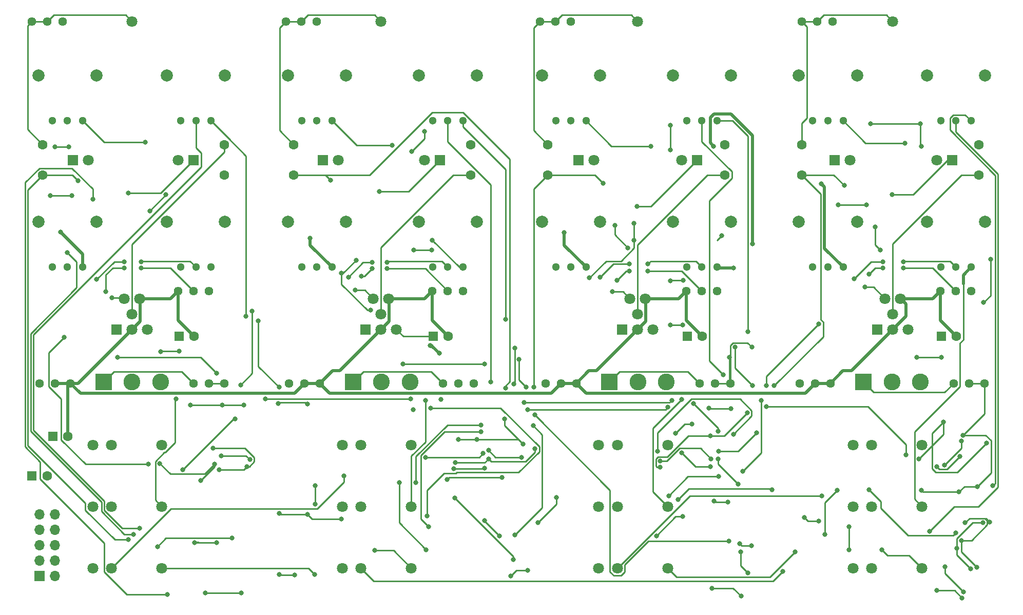
<source format=gtl>
G04 #@! TF.GenerationSoftware,KiCad,Pcbnew,(5.1.6-0-10_14)*
G04 #@! TF.CreationDate,2022-01-22T16:52:21+00:00*
G04 #@! TF.ProjectId,Quad Tube VCA,51756164-2054-4756-9265-205643412e6b,rev?*
G04 #@! TF.SameCoordinates,Original*
G04 #@! TF.FileFunction,Copper,L1,Top*
G04 #@! TF.FilePolarity,Positive*
%FSLAX46Y46*%
G04 Gerber Fmt 4.6, Leading zero omitted, Abs format (unit mm)*
G04 Created by KiCad (PCBNEW (5.1.6-0-10_14)) date 2022-01-22 16:52:21*
%MOMM*%
%LPD*%
G01*
G04 APERTURE LIST*
G04 #@! TA.AperFunction,ComponentPad*
%ADD10C,2.775000*%
G04 #@! TD*
G04 #@! TA.AperFunction,ComponentPad*
%ADD11R,2.775000X2.775000*%
G04 #@! TD*
G04 #@! TA.AperFunction,ComponentPad*
%ADD12C,1.600000*%
G04 #@! TD*
G04 #@! TA.AperFunction,ComponentPad*
%ADD13R,1.600000X1.600000*%
G04 #@! TD*
G04 #@! TA.AperFunction,ComponentPad*
%ADD14C,1.800000*%
G04 #@! TD*
G04 #@! TA.AperFunction,ComponentPad*
%ADD15R,1.800000X1.800000*%
G04 #@! TD*
G04 #@! TA.AperFunction,ComponentPad*
%ADD16C,2.000000*%
G04 #@! TD*
G04 #@! TA.AperFunction,ComponentPad*
%ADD17C,1.300000*%
G04 #@! TD*
G04 #@! TA.AperFunction,ComponentPad*
%ADD18C,1.440000*%
G04 #@! TD*
G04 #@! TA.AperFunction,ComponentPad*
%ADD19O,1.700000X1.700000*%
G04 #@! TD*
G04 #@! TA.AperFunction,ComponentPad*
%ADD20R,1.700000X1.700000*%
G04 #@! TD*
G04 #@! TA.AperFunction,ViaPad*
%ADD21C,0.800000*%
G04 #@! TD*
G04 #@! TA.AperFunction,Conductor*
%ADD22C,0.250000*%
G04 #@! TD*
G04 #@! TA.AperFunction,Conductor*
%ADD23C,0.500000*%
G04 #@! TD*
G04 APERTURE END LIST*
D10*
X89790000Y-107702500D03*
X85090000Y-107702500D03*
D11*
X80390000Y-107702500D03*
D10*
X130938000Y-107702500D03*
X126238000Y-107702500D03*
D11*
X121538000Y-107702500D03*
D10*
X173229000Y-107702500D03*
X168529000Y-107702500D03*
D11*
X163829000Y-107702500D03*
D10*
X215139000Y-107702500D03*
X210439000Y-107702500D03*
D11*
X205739000Y-107702500D03*
D12*
X221067000Y-100203000D03*
D13*
X218567000Y-100203000D03*
D12*
X179157000Y-100203000D03*
D13*
X176657000Y-100203000D03*
D12*
X137247000Y-100203000D03*
D13*
X134747000Y-100203000D03*
D12*
X95337000Y-100203000D03*
D13*
X92837000Y-100203000D03*
D12*
X74509000Y-116713000D03*
D13*
X72009000Y-116713000D03*
D12*
X71080000Y-123190000D03*
D13*
X68580000Y-123190000D03*
D14*
X126153333Y-48260000D03*
X126153333Y-96520000D03*
X124883333Y-93980000D03*
X127423333Y-93980000D03*
X128693333Y-99060000D03*
X126153333Y-99060000D03*
D15*
X123613333Y-99060000D03*
D14*
X85090000Y-48260000D03*
X85090000Y-96520000D03*
X83820000Y-93980000D03*
X86360000Y-93980000D03*
X87630000Y-99060000D03*
X85090000Y-99060000D03*
D15*
X82550000Y-99060000D03*
D14*
X210550000Y-48260000D03*
X210550000Y-96520000D03*
X209280000Y-93980000D03*
X211820000Y-93980000D03*
X213090000Y-99060000D03*
X210550000Y-99060000D03*
D15*
X208010000Y-99060000D03*
D14*
X168486666Y-48260000D03*
X168486666Y-96520000D03*
X167216666Y-93980000D03*
X169756666Y-93980000D03*
X171026666Y-99060000D03*
X168486666Y-99060000D03*
D15*
X165946666Y-99060000D03*
D16*
X204680000Y-57150000D03*
X195080000Y-57150000D03*
D17*
X202380000Y-64650000D03*
X199880000Y-64650000D03*
X197380000Y-64650000D03*
D16*
X162280000Y-57150000D03*
X152680000Y-57150000D03*
D17*
X159980000Y-64650000D03*
X157480000Y-64650000D03*
X154980000Y-64650000D03*
D16*
X120370000Y-57150000D03*
X110770000Y-57150000D03*
D17*
X118070000Y-64650000D03*
X115570000Y-64650000D03*
X113070000Y-64650000D03*
D16*
X79222000Y-57150000D03*
X69622000Y-57150000D03*
D17*
X76922000Y-64650000D03*
X74422000Y-64650000D03*
X71922000Y-64650000D03*
D16*
X204680000Y-81280000D03*
X195080000Y-81280000D03*
D17*
X202380000Y-88780000D03*
X199880000Y-88780000D03*
X197380000Y-88780000D03*
D16*
X162280000Y-81280000D03*
X152680000Y-81280000D03*
D17*
X159980000Y-88780000D03*
X157480000Y-88780000D03*
X154980000Y-88780000D03*
D16*
X120370000Y-81280000D03*
X110770000Y-81280000D03*
D17*
X118070000Y-88780000D03*
X115570000Y-88780000D03*
X113070000Y-88780000D03*
D16*
X79222000Y-81280000D03*
X69622000Y-81280000D03*
D17*
X76922000Y-88780000D03*
X74422000Y-88780000D03*
X71922000Y-88780000D03*
D16*
X225780000Y-57150000D03*
X216180000Y-57150000D03*
D17*
X223480000Y-64650000D03*
X220980000Y-64650000D03*
X218480000Y-64650000D03*
D16*
X183870000Y-57150000D03*
X174270000Y-57150000D03*
D17*
X181570000Y-64650000D03*
X179070000Y-64650000D03*
X176570000Y-64650000D03*
D16*
X141960000Y-57150000D03*
X132360000Y-57150000D03*
D17*
X139660000Y-64650000D03*
X137160000Y-64650000D03*
X134660000Y-64650000D03*
D16*
X100431000Y-57150000D03*
X90831000Y-57150000D03*
D17*
X98131000Y-64650000D03*
X95631000Y-64650000D03*
X93131000Y-64650000D03*
D16*
X225780000Y-81280000D03*
X216180000Y-81280000D03*
D17*
X223480000Y-88780000D03*
X220980000Y-88780000D03*
X218480000Y-88780000D03*
D16*
X183870000Y-81280000D03*
X174270000Y-81280000D03*
D17*
X181570000Y-88780000D03*
X179070000Y-88780000D03*
X176570000Y-88780000D03*
D16*
X141960000Y-81280000D03*
X132360000Y-81280000D03*
D17*
X139660000Y-88780000D03*
X137160000Y-88780000D03*
X134660000Y-88780000D03*
D16*
X100431000Y-81280000D03*
X90831000Y-81280000D03*
D17*
X98131000Y-88780000D03*
X95631000Y-88780000D03*
X93131000Y-88780000D03*
D14*
X215389000Y-138430000D03*
X203989000Y-138430000D03*
X207089000Y-138430000D03*
X173449000Y-138430000D03*
X162049000Y-138430000D03*
X165149000Y-138430000D03*
X131158000Y-138430000D03*
X119758000Y-138430000D03*
X122858000Y-138430000D03*
X90010000Y-138430000D03*
X78610000Y-138430000D03*
X81710000Y-138430000D03*
X215389000Y-118110000D03*
X203989000Y-118110000D03*
X207089000Y-118110000D03*
X173449000Y-118110000D03*
X162049000Y-118110000D03*
X165149000Y-118110000D03*
X131158000Y-118110000D03*
X119758000Y-118110000D03*
X122858000Y-118110000D03*
X90010000Y-118110000D03*
X78610000Y-118110000D03*
X81710000Y-118110000D03*
X215389000Y-128270000D03*
X203989000Y-128270000D03*
X207089000Y-128270000D03*
X173449000Y-128270000D03*
X162049000Y-128270000D03*
X165149000Y-128270000D03*
X131158000Y-128270000D03*
X119758000Y-128270000D03*
X122858000Y-128270000D03*
X90010000Y-128270000D03*
X78610000Y-128270000D03*
X81710000Y-128270000D03*
D18*
X195580000Y-48260000D03*
X198120000Y-48260000D03*
X200660000Y-48260000D03*
X152400000Y-48260000D03*
X154940000Y-48260000D03*
X157480000Y-48260000D03*
X110490000Y-48260000D03*
X113030000Y-48260000D03*
X115570000Y-48260000D03*
X68580000Y-48260000D03*
X71120000Y-48260000D03*
X73660000Y-48260000D03*
X220599000Y-107950000D03*
X223139000Y-107950000D03*
X225679000Y-107950000D03*
X178689000Y-107950000D03*
X181229000Y-107950000D03*
X183769000Y-107950000D03*
X136398000Y-107950000D03*
X138938000Y-107950000D03*
X141478000Y-107950000D03*
X95250000Y-107950000D03*
X97790000Y-107950000D03*
X100330000Y-107950000D03*
X218440000Y-92710000D03*
X220980000Y-92710000D03*
X223520000Y-92710000D03*
X176530000Y-92710000D03*
X179070000Y-92710000D03*
X181610000Y-92710000D03*
X134620000Y-92710000D03*
X137160000Y-92710000D03*
X139700000Y-92710000D03*
X92710000Y-92710000D03*
X95250000Y-92710000D03*
X97790000Y-92710000D03*
X195199000Y-107950000D03*
X197739000Y-107950000D03*
X200279000Y-107950000D03*
X153289000Y-107950000D03*
X155829000Y-107950000D03*
X158369000Y-107950000D03*
X110998000Y-107950000D03*
X113538000Y-107950000D03*
X116078000Y-107950000D03*
X69850000Y-107950000D03*
X72390000Y-107950000D03*
X74930000Y-107950000D03*
D19*
X72390000Y-129540000D03*
X69850000Y-129540000D03*
X72390000Y-132080000D03*
X69850000Y-132080000D03*
X72390000Y-134620000D03*
X69850000Y-134620000D03*
X72390000Y-137160000D03*
X69850000Y-137160000D03*
X72390000Y-139700000D03*
D20*
X69850000Y-139700000D03*
D14*
X217805000Y-71120000D03*
D15*
X220345000Y-71120000D03*
D14*
X203536000Y-71120000D03*
D15*
X200996000Y-71120000D03*
D14*
X175768000Y-71120000D03*
D15*
X178308000Y-71120000D03*
D14*
X161290000Y-71120000D03*
D15*
X158750000Y-71120000D03*
D14*
X133350000Y-71120000D03*
D15*
X135890000Y-71120000D03*
D14*
X119126000Y-71120000D03*
D15*
X116586000Y-71120000D03*
D14*
X92710000Y-71120000D03*
D15*
X95250000Y-71120000D03*
D14*
X77851000Y-71120000D03*
D15*
X75311000Y-71120000D03*
D12*
X224790000Y-73580000D03*
X224790000Y-68580000D03*
X195580000Y-73580000D03*
X195580000Y-68580000D03*
X182880000Y-73580000D03*
X182880000Y-68580000D03*
X153670000Y-73580000D03*
X153670000Y-68580000D03*
X140970000Y-73580000D03*
X140970000Y-68580000D03*
X111760000Y-73580000D03*
X111760000Y-68580000D03*
X100330000Y-68580000D03*
X100330000Y-73580000D03*
X70358000Y-73580000D03*
X70358000Y-68580000D03*
D21*
X74422000Y-86360000D03*
X85344000Y-132842000D03*
X78613000Y-77597000D03*
X90932000Y-142748000D03*
X185293000Y-134366000D03*
X187262500Y-134747000D03*
X198374000Y-130683000D03*
X195961000Y-130048000D03*
X180721000Y-141732000D03*
X185547000Y-143041000D03*
X150368000Y-138811000D03*
X147574000Y-139700000D03*
X103124000Y-142494000D03*
X97155000Y-142494000D03*
X114046000Y-129540000D03*
X119634000Y-130302000D03*
X109347000Y-129413000D03*
X215265000Y-68834000D03*
X215138000Y-65151000D03*
X206883000Y-65151000D03*
X201549000Y-78486000D03*
X206248000Y-78486000D03*
X222116503Y-116506112D03*
X218567000Y-103632000D03*
X214503000Y-103632000D03*
X226695000Y-87503000D03*
X225552000Y-94615000D03*
X203327000Y-131572000D03*
X203327000Y-135382000D03*
X221488000Y-125857000D03*
X215265000Y-125603000D03*
X224536000Y-124968000D03*
X181102000Y-127381000D03*
X181864000Y-123317000D03*
X173609000Y-126492000D03*
X183388000Y-127508000D03*
X175895000Y-98298000D03*
X173863000Y-98298000D03*
X167894000Y-84328000D03*
X167894000Y-81534000D03*
X160528000Y-90551000D03*
X173863000Y-69469000D03*
X173863000Y-65405000D03*
X131191000Y-69723000D03*
X133350000Y-66421000D03*
X74676000Y-68961000D03*
X72390000Y-68961000D03*
X75184000Y-76962000D03*
X71628000Y-76962000D03*
X90678000Y-76835000D03*
X88011000Y-79502000D03*
X92837000Y-102616000D03*
X89789000Y-102743000D03*
X103505000Y-111506000D03*
X99949000Y-111506000D03*
X94742000Y-111506000D03*
X119634000Y-89789000D03*
X122047000Y-87630000D03*
X124460000Y-95885000D03*
X134493000Y-85979000D03*
X131572000Y-85979000D03*
X114046000Y-111379000D03*
X109220000Y-111252000D03*
X131445000Y-112268000D03*
X136017000Y-110617000D03*
X143256000Y-130556000D03*
X145669000Y-133096000D03*
X141986000Y-117221000D03*
X138938000Y-117221000D03*
X111887000Y-139573000D03*
X109347000Y-139446000D03*
X95377000Y-134239000D03*
X99060000Y-134239000D03*
X146558000Y-113792000D03*
X149606000Y-117983000D03*
X182372000Y-83566000D03*
X176022000Y-90932000D03*
X173863000Y-91059000D03*
X183896000Y-112141000D03*
X180213000Y-112014000D03*
X187325000Y-101981000D03*
X183642000Y-103632000D03*
X174752000Y-116205000D03*
X177419000Y-114681000D03*
X155067000Y-126746000D03*
X152019000Y-130937000D03*
X134239000Y-101727000D03*
X135763000Y-102997000D03*
X73321999Y-83015001D03*
X114469999Y-84031001D03*
X156379999Y-83100999D03*
X198779999Y-75032001D03*
X76200000Y-74549000D03*
X84455000Y-133731000D03*
X89281000Y-134874000D03*
X101600000Y-133477000D03*
X104013000Y-121666000D03*
X99441000Y-122174000D03*
X82677000Y-103632000D03*
X99060000Y-106299000D03*
X98425000Y-118618000D03*
X104521000Y-120523000D03*
X99822000Y-119888000D03*
X96393000Y-123952000D03*
X98679000Y-121285000D03*
X89662000Y-121158000D03*
X73918906Y-100325094D03*
X87757000Y-121285000D03*
X93472000Y-122174000D03*
X102108000Y-113792000D03*
X134366000Y-112014000D03*
X133731000Y-129794000D03*
X129794000Y-104775000D03*
X143256000Y-104775000D03*
X142621000Y-114808000D03*
X131883000Y-124333000D03*
X129159000Y-124333000D03*
X133604000Y-135382000D03*
X138303000Y-126873000D03*
X147955000Y-137033000D03*
X117856000Y-74422000D03*
X146685000Y-108690001D03*
X151257000Y-114935000D03*
X148209000Y-132969000D03*
X151550000Y-118745000D03*
X143891000Y-120396000D03*
X104902000Y-96012000D03*
X103003342Y-108210342D03*
X107061000Y-110490000D03*
X131064000Y-110490000D03*
X138430000Y-121031000D03*
X149352000Y-120142000D03*
X143891000Y-118999000D03*
X138176000Y-122047000D03*
X143256000Y-121920000D03*
X143002000Y-119507000D03*
X133477000Y-120142000D03*
X105918000Y-97663000D03*
X109347000Y-108585000D03*
X146112500Y-123444000D03*
X137033000Y-123825000D03*
X184277000Y-116332000D03*
X171761989Y-119126000D03*
X184531000Y-101981000D03*
X187452000Y-108331000D03*
X190627000Y-125476000D03*
X175133000Y-127127000D03*
X175895000Y-129921000D03*
X171577000Y-133096000D03*
X186690000Y-139192000D03*
X185507731Y-135723731D03*
X162814000Y-74930000D03*
X151368046Y-108600954D03*
X151511000Y-113157000D03*
X183515000Y-133985000D03*
X181737000Y-120396000D03*
X185039000Y-124587000D03*
X148209000Y-102108000D03*
X148082000Y-108077000D03*
X149733000Y-111125000D03*
X174117000Y-110744000D03*
X177673000Y-111252000D03*
X181737000Y-115861000D03*
X181864000Y-119126000D03*
X188087000Y-116078000D03*
X180467000Y-121666000D03*
X175768000Y-119380000D03*
X172212000Y-120777000D03*
X180594000Y-120396000D03*
X148934000Y-104013000D03*
X150114000Y-108585000D03*
X150368000Y-112268000D03*
X173477347Y-111882347D03*
X172212000Y-121793000D03*
X180467000Y-116586000D03*
X186563000Y-112776000D03*
X222250000Y-142367000D03*
X219202000Y-138176000D03*
X223393000Y-138557000D03*
X221107000Y-135128000D03*
X225425000Y-130937000D03*
X217822403Y-142130403D03*
X222007464Y-143337144D03*
X224409000Y-138303000D03*
X221869000Y-133858000D03*
X226568000Y-130810000D03*
X222504000Y-130937000D03*
X202565000Y-75311000D03*
X191008000Y-108331000D03*
X206629000Y-125476000D03*
X220980000Y-132588000D03*
X221615000Y-120015000D03*
X217800347Y-121661347D03*
X219075000Y-121412000D03*
X221869000Y-117475000D03*
X198374000Y-98171000D03*
X189738000Y-108331000D03*
X189738000Y-111760000D03*
X212725000Y-119761000D03*
X218948000Y-114300000D03*
X214888999Y-120396000D03*
X226069853Y-117750863D03*
X218948000Y-114300000D03*
X84455000Y-76581000D03*
X125857000Y-76327000D03*
X164719000Y-81915000D03*
X166878000Y-85598000D03*
X168402000Y-78740506D03*
X207645000Y-82169000D03*
X208534000Y-85979000D03*
X210439000Y-76835000D03*
X86614000Y-87884000D03*
X83820000Y-87884000D03*
X79248000Y-90805000D03*
X92329000Y-110490000D03*
X127127000Y-88011000D03*
X124714000Y-88011000D03*
X120777000Y-90424000D03*
X133477000Y-110744000D03*
X134620000Y-84328000D03*
X170180000Y-88265000D03*
X167132000Y-88265000D03*
X162306000Y-90424000D03*
X175768000Y-110617000D03*
X181014873Y-68833999D03*
X187415000Y-84963000D03*
X184277000Y-88900000D03*
X212344000Y-87884000D03*
X208915000Y-87884000D03*
X204216000Y-90678000D03*
X86360000Y-131826000D03*
X144272000Y-107696000D03*
X142621000Y-115951000D03*
X133985000Y-131572000D03*
X182626000Y-106553000D03*
X216662000Y-132334000D03*
X87249000Y-68199000D03*
X128016000Y-68707000D03*
X170688000Y-68834000D03*
X212598000Y-68326000D03*
X115189000Y-139446000D03*
X80772000Y-92837000D03*
X83820000Y-88884003D03*
X86614000Y-88900000D03*
X81788000Y-93853000D03*
X125095000Y-135509000D03*
X122888333Y-90297000D03*
X124714000Y-89027000D03*
X127127000Y-89027000D03*
X121920000Y-92583000D03*
X194437000Y-135763000D03*
X165100000Y-90932000D03*
X167132000Y-89408000D03*
X170180000Y-89408000D03*
X164338000Y-92837000D03*
X208788000Y-135382000D03*
X206629000Y-89916000D03*
X208915000Y-88900000D03*
X212344000Y-88900000D03*
X205994000Y-92075000D03*
X120015000Y-123190000D03*
X192405000Y-138938000D03*
X198882000Y-126492000D03*
X115316000Y-127889000D03*
X115316000Y-124841000D03*
X199390000Y-132842000D03*
X201422000Y-125603000D03*
X103847000Y-96901000D03*
X146689905Y-97413905D03*
X185801000Y-122428000D03*
X188849000Y-110744000D03*
X186690000Y-99441000D03*
X227076000Y-124841000D03*
D22*
X80034990Y-129044402D02*
X83832588Y-132842000D01*
X80034989Y-127560401D02*
X80034990Y-129044402D01*
X68354989Y-99763603D02*
X68354990Y-115880402D01*
X74422000Y-86360000D02*
X75946999Y-87884999D01*
X68354990Y-115880402D02*
X80034989Y-127560401D01*
X75946999Y-92171593D02*
X68354989Y-99763603D01*
X83832588Y-132842000D02*
X85344000Y-132842000D01*
X75946999Y-87884999D02*
X75946999Y-92171593D01*
X80484999Y-139018001D02*
X84214998Y-142748000D01*
X84214998Y-142748000D02*
X90932000Y-142748000D01*
X69954999Y-123730001D02*
X80484999Y-134260001D01*
X69954999Y-120888409D02*
X69954999Y-123730001D01*
X67454972Y-118388382D02*
X69954999Y-120888409D01*
X69817999Y-72454999D02*
X67454972Y-74818026D01*
X75179001Y-72454999D02*
X69817999Y-72454999D01*
X78613000Y-75888998D02*
X75179001Y-72454999D01*
X67454972Y-74818026D02*
X67454972Y-118388382D01*
X80484999Y-134260001D02*
X80484999Y-139018001D01*
X78613000Y-77597000D02*
X78613000Y-75888998D01*
X185674000Y-134747000D02*
X185293000Y-134366000D01*
X187262500Y-134747000D02*
X185674000Y-134747000D01*
X196596000Y-130683000D02*
X195961000Y-130048000D01*
X198374000Y-130683000D02*
X196596000Y-130683000D01*
X184238000Y-141732000D02*
X185547000Y-143041000D01*
X180721000Y-141732000D02*
X184238000Y-141732000D01*
X148463000Y-138811000D02*
X147574000Y-139700000D01*
X150368000Y-138811000D02*
X148463000Y-138811000D01*
X103124000Y-142494000D02*
X97155000Y-142494000D01*
X114808000Y-130302000D02*
X114046000Y-129540000D01*
X119634000Y-130302000D02*
X114808000Y-130302000D01*
X109474000Y-129540000D02*
X109347000Y-129413000D01*
X114046000Y-129540000D02*
X109474000Y-129540000D01*
X215138000Y-68707000D02*
X215265000Y-68834000D01*
X215138000Y-65151000D02*
X215138000Y-68707000D01*
X215138000Y-65151000D02*
X206883000Y-65151000D01*
X206248000Y-78486000D02*
X201549000Y-78486000D01*
X225679000Y-107950000D02*
X223139000Y-107950000D01*
X225679000Y-112943615D02*
X222116503Y-116506112D01*
X225679000Y-107950000D02*
X225679000Y-112943615D01*
X218567000Y-103632000D02*
X214503000Y-103632000D01*
X226695000Y-93472000D02*
X225552000Y-94615000D01*
X226695000Y-87503000D02*
X226695000Y-93472000D01*
X203327000Y-131572000D02*
X203327000Y-135382000D01*
X215519000Y-125857000D02*
X215265000Y-125603000D01*
X221488000Y-125857000D02*
X215519000Y-125857000D01*
X222377000Y-124968000D02*
X221488000Y-125857000D01*
X224536000Y-124968000D02*
X222377000Y-124968000D01*
X225898104Y-116506112D02*
X222116503Y-116506112D01*
X226794854Y-122709146D02*
X226794854Y-117402862D01*
X226794854Y-117402862D02*
X225898104Y-116506112D01*
X224536000Y-124968000D02*
X226794854Y-122709146D01*
X176784000Y-123317000D02*
X173609000Y-126492000D01*
X181864000Y-123317000D02*
X176784000Y-123317000D01*
X181229000Y-127508000D02*
X181102000Y-127381000D01*
X183388000Y-127508000D02*
X181229000Y-127508000D01*
X100330000Y-107950000D02*
X97790000Y-107950000D01*
X175895000Y-98298000D02*
X173863000Y-98298000D01*
X167894000Y-81534000D02*
X167894000Y-84328000D01*
X163264010Y-87814990D02*
X160528000Y-90551000D01*
X167894000Y-85655002D02*
X165734012Y-87814990D01*
X165734012Y-87814990D02*
X163264010Y-87814990D01*
X167894000Y-84328000D02*
X167894000Y-85655002D01*
X173863000Y-69469000D02*
X173863000Y-65405000D01*
X133350000Y-67564000D02*
X131191000Y-69723000D01*
X133350000Y-66421000D02*
X133350000Y-67564000D01*
X74676000Y-68961000D02*
X72390000Y-68961000D01*
X75184000Y-76962000D02*
X71628000Y-76962000D01*
X90678000Y-76835000D02*
X88011000Y-79502000D01*
X89916000Y-102616000D02*
X89789000Y-102743000D01*
X92837000Y-102616000D02*
X89916000Y-102616000D01*
X103505000Y-111506000D02*
X99949000Y-111506000D01*
X99949000Y-111506000D02*
X94742000Y-111506000D01*
X119888000Y-89789000D02*
X119634000Y-89789000D01*
X122047000Y-87630000D02*
X119888000Y-89789000D01*
X123894315Y-95885000D02*
X119634000Y-91624685D01*
X119634000Y-91624685D02*
X119634000Y-89789000D01*
X124460000Y-95885000D02*
X123894315Y-95885000D01*
X134493000Y-85979000D02*
X131572000Y-85979000D01*
X109347000Y-111125000D02*
X109220000Y-111252000D01*
X113919000Y-111379000D02*
X113665000Y-111125000D01*
X114046000Y-111379000D02*
X113919000Y-111379000D01*
X113665000Y-111125000D02*
X109347000Y-111125000D01*
X113792000Y-111125000D02*
X113665000Y-111125000D01*
X143256000Y-130683000D02*
X143256000Y-130556000D01*
X145669000Y-133096000D02*
X143256000Y-130683000D01*
X138938000Y-117221000D02*
X141986000Y-117221000D01*
X109474000Y-139573000D02*
X109347000Y-139446000D01*
X111887000Y-139573000D02*
X109474000Y-139573000D01*
X96012000Y-134112000D02*
X96139000Y-134239000D01*
X95758000Y-134112000D02*
X96012000Y-134112000D01*
X95377000Y-134239000D02*
X98552000Y-134239000D01*
X98552000Y-134239000D02*
X99060000Y-134239000D01*
X96139000Y-134239000D02*
X98552000Y-134239000D01*
X146558000Y-114935000D02*
X149606000Y-117983000D01*
X146558000Y-113792000D02*
X146558000Y-114935000D01*
X129836333Y-100203000D02*
X128693333Y-99060000D01*
X134747000Y-100203000D02*
X129836333Y-100203000D01*
X181610000Y-84328000D02*
X182372000Y-83566000D01*
X173990000Y-90932000D02*
X173863000Y-91059000D01*
X176022000Y-90932000D02*
X173990000Y-90932000D01*
X148844000Y-117221000D02*
X149606000Y-117983000D01*
X141986000Y-117221000D02*
X148844000Y-117221000D01*
X183642000Y-107823000D02*
X183769000Y-107950000D01*
X183642000Y-103632000D02*
X183642000Y-107823000D01*
X183769000Y-107950000D02*
X181229000Y-107950000D01*
X180340000Y-112141000D02*
X180213000Y-112014000D01*
X183896000Y-112141000D02*
X180340000Y-112141000D01*
X186599999Y-101255999D02*
X187325000Y-101981000D01*
X184182999Y-101255999D02*
X186599999Y-101255999D01*
X183769000Y-101669998D02*
X184182999Y-101255999D01*
X183769000Y-107950000D02*
X183769000Y-101669998D01*
X176276000Y-114681000D02*
X174752000Y-116205000D01*
X177419000Y-114681000D02*
X176276000Y-114681000D01*
X155067000Y-127889000D02*
X152019000Y-130937000D01*
X155067000Y-126746000D02*
X155067000Y-127889000D01*
D23*
X134620000Y-101854000D02*
X135763000Y-102997000D01*
X134366000Y-101854000D02*
X134620000Y-101854000D01*
X134493000Y-101727000D02*
X134620000Y-101854000D01*
X134239000Y-101727000D02*
X134493000Y-101727000D01*
X76922000Y-86615002D02*
X76922000Y-88780000D01*
X73321999Y-83015001D02*
X76922000Y-86615002D01*
X114469999Y-85179999D02*
X118070000Y-88780000D01*
X114469999Y-84031001D02*
X114469999Y-85179999D01*
X156379999Y-85179999D02*
X159980000Y-88780000D01*
X156379999Y-83100999D02*
X156379999Y-85179999D01*
X199297011Y-85697011D02*
X202380000Y-88780000D01*
X199297011Y-75549013D02*
X199297011Y-85697011D01*
X198779999Y-75032001D02*
X199297011Y-75549013D01*
X74509000Y-108371000D02*
X74930000Y-107950000D01*
X74509000Y-116713000D02*
X74509000Y-108371000D01*
X74930000Y-107950000D02*
X72390000Y-107950000D01*
X116078000Y-107950000D02*
X113538000Y-107950000D01*
X158369000Y-107950000D02*
X155829000Y-107950000D01*
X159959001Y-109540001D02*
X158369000Y-107950000D01*
X196148999Y-109540001D02*
X159959001Y-109540001D01*
X197739000Y-107950000D02*
X196148999Y-109540001D01*
X117668001Y-109540001D02*
X116078000Y-107950000D01*
X154238999Y-109540001D02*
X117668001Y-109540001D01*
X155829000Y-107950000D02*
X154238999Y-109540001D01*
X113538000Y-107950000D02*
X111887000Y-109601000D01*
X76581000Y-109601000D02*
X74930000Y-107950000D01*
X111887000Y-109601000D02*
X76581000Y-109601000D01*
X76200000Y-107950000D02*
X85090000Y-99060000D01*
X74930000Y-107950000D02*
X76200000Y-107950000D01*
X86440001Y-97709999D02*
X86440001Y-94060001D01*
X86440001Y-94060001D02*
X86360000Y-93980000D01*
X85090000Y-99060000D02*
X86440001Y-97709999D01*
X91440000Y-93980000D02*
X92710000Y-92710000D01*
X86360000Y-93980000D02*
X91440000Y-93980000D01*
X92710000Y-97576000D02*
X95337000Y-100203000D01*
X92710000Y-92710000D02*
X92710000Y-97576000D01*
X118163001Y-105864999D02*
X119348334Y-105864999D01*
X119348334Y-105864999D02*
X126153333Y-99060000D01*
X116078000Y-107950000D02*
X118163001Y-105864999D01*
X127503334Y-94060001D02*
X127423333Y-93980000D01*
X127503334Y-97709999D02*
X127503334Y-94060001D01*
X126153333Y-99060000D02*
X127503334Y-97709999D01*
X133350000Y-93980000D02*
X134620000Y-92710000D01*
X127423333Y-93980000D02*
X133350000Y-93980000D01*
X134620000Y-97576000D02*
X137247000Y-100203000D01*
X134620000Y-92710000D02*
X134620000Y-97576000D01*
X161681667Y-105864999D02*
X168486666Y-99060000D01*
X160454001Y-105864999D02*
X161681667Y-105864999D01*
X158369000Y-107950000D02*
X160454001Y-105864999D01*
X169836667Y-94060001D02*
X169756666Y-93980000D01*
X169836667Y-97709999D02*
X169836667Y-94060001D01*
X168486666Y-99060000D02*
X169836667Y-97709999D01*
X175260000Y-93980000D02*
X176530000Y-92710000D01*
X169756666Y-93980000D02*
X175260000Y-93980000D01*
X176530000Y-97576000D02*
X179157000Y-100203000D01*
X176530000Y-92710000D02*
X176530000Y-97576000D01*
X203745001Y-105864999D02*
X210550000Y-99060000D01*
X202364001Y-105864999D02*
X203745001Y-105864999D01*
X200279000Y-107950000D02*
X202364001Y-105864999D01*
X212719999Y-94879999D02*
X211820000Y-93980000D01*
X212719999Y-96890001D02*
X212719999Y-94879999D01*
X210550000Y-99060000D02*
X212719999Y-96890001D01*
X217170000Y-93980000D02*
X218440000Y-92710000D01*
X211820000Y-93980000D02*
X217170000Y-93980000D01*
X218440000Y-97576000D02*
X221067000Y-100203000D01*
X218440000Y-92710000D02*
X218440000Y-97576000D01*
X200279000Y-107950000D02*
X197739000Y-107950000D01*
D22*
X75231000Y-73580000D02*
X70358000Y-73580000D01*
X76200000Y-74549000D02*
X75231000Y-73580000D01*
X82257998Y-133731000D02*
X84455000Y-133731000D01*
X67904981Y-76033019D02*
X67904981Y-118201981D01*
X77384999Y-128858001D02*
X82257998Y-133731000D01*
X67904981Y-118201981D02*
X77384999Y-127681999D01*
X77384999Y-127681999D02*
X77384999Y-128858001D01*
X70358000Y-73580000D02*
X67904981Y-76033019D01*
X90678000Y-133477000D02*
X101600000Y-133477000D01*
X89281000Y-134874000D02*
X90678000Y-133477000D01*
X72165001Y-47214999D02*
X71120000Y-48260000D01*
X84044999Y-47214999D02*
X72165001Y-47214999D01*
X85090000Y-48260000D02*
X84044999Y-47214999D01*
X71120000Y-48260000D02*
X68580000Y-48260000D01*
X67860001Y-66082001D02*
X70358000Y-68580000D01*
X67860001Y-48979999D02*
X67860001Y-66082001D01*
X68580000Y-48260000D02*
X67860001Y-48979999D01*
X100330000Y-69819998D02*
X100330000Y-68580000D01*
X85090000Y-85059998D02*
X100330000Y-69819998D01*
X85090000Y-96520000D02*
X85090000Y-85059998D01*
X103505000Y-122174000D02*
X99441000Y-122174000D01*
X104013000Y-121666000D02*
X103505000Y-122174000D01*
X96393000Y-103632000D02*
X99060000Y-106299000D01*
X82677000Y-103632000D02*
X96393000Y-103632000D01*
X104451002Y-121666000D02*
X104013000Y-121666000D01*
X105246001Y-120871001D02*
X104451002Y-121666000D01*
X105246001Y-120174999D02*
X105246001Y-120871001D01*
X103689002Y-118618000D02*
X105246001Y-120174999D01*
X98425000Y-118618000D02*
X103689002Y-118618000D01*
X104521000Y-120523000D02*
X103886000Y-119888000D01*
X103886000Y-119888000D02*
X99822000Y-119888000D01*
X98679000Y-121666000D02*
X98679000Y-121285000D01*
X96393000Y-123952000D02*
X98679000Y-121666000D01*
X97064999Y-122899001D02*
X98679000Y-121285000D01*
X91403001Y-122899001D02*
X97064999Y-122899001D01*
X89662000Y-121158000D02*
X91403001Y-122899001D01*
X73383999Y-110490601D02*
X73383999Y-117253001D01*
X77415998Y-121285000D02*
X87757000Y-121285000D01*
X71344999Y-108451601D02*
X73383999Y-110490601D01*
X73383999Y-117253001D02*
X77415998Y-121285000D01*
X71344999Y-102899001D02*
X71344999Y-108451601D01*
X73918906Y-100325094D02*
X71344999Y-102899001D01*
X101854000Y-113792000D02*
X102108000Y-113792000D01*
X93472000Y-122174000D02*
X101854000Y-113792000D01*
X133731000Y-125586992D02*
X133731000Y-129794000D01*
X136545991Y-122772001D02*
X133731000Y-125586992D01*
X138524001Y-122772001D02*
X136545991Y-122772001D01*
X138651001Y-122645001D02*
X138524001Y-122772001D01*
X152275001Y-118396999D02*
X152275001Y-119222094D01*
X148852094Y-122645001D02*
X138651001Y-122645001D01*
X152275001Y-119222094D02*
X148852094Y-122645001D01*
X145892002Y-112014000D02*
X152275001Y-118396999D01*
X134366000Y-112014000D02*
X145892002Y-112014000D01*
X129794000Y-104775000D02*
X143256000Y-104775000D01*
X131883000Y-120026588D02*
X131883000Y-124333000D01*
X137101588Y-114808000D02*
X131883000Y-120026588D01*
X142621000Y-114808000D02*
X137101588Y-114808000D01*
X129159000Y-130937000D02*
X133604000Y-135382000D01*
X129159000Y-124333000D02*
X129159000Y-130937000D01*
X147955000Y-136525000D02*
X147955000Y-137033000D01*
X138303000Y-126873000D02*
X147955000Y-136525000D01*
X117014000Y-73580000D02*
X111760000Y-73580000D01*
X117856000Y-74422000D02*
X117014000Y-73580000D01*
X146685000Y-108400998D02*
X146685000Y-108690001D01*
X147414906Y-107671092D02*
X146685000Y-108400998D01*
X124286998Y-73580000D02*
X134642009Y-63224989D01*
X147414906Y-70961904D02*
X147414906Y-107671092D01*
X139677991Y-63224989D02*
X147414906Y-70961904D01*
X134642009Y-63224989D02*
X139677991Y-63224989D01*
X111760000Y-73580000D02*
X124286998Y-73580000D01*
X152725011Y-128452989D02*
X148209000Y-132969000D01*
X152725011Y-116403011D02*
X152725011Y-128452989D01*
X151257000Y-114935000D02*
X152725011Y-116403011D01*
X114075001Y-47214999D02*
X113030000Y-48260000D01*
X125108332Y-47214999D02*
X114075001Y-47214999D01*
X126153333Y-48260000D02*
X125108332Y-47214999D01*
X113030000Y-48260000D02*
X110490000Y-48260000D01*
X109444999Y-66264999D02*
X111760000Y-68580000D01*
X109444999Y-49305001D02*
X109444999Y-66264999D01*
X110490000Y-48260000D02*
X109444999Y-49305001D01*
X138098998Y-73580000D02*
X140970000Y-73580000D01*
X126153333Y-85525665D02*
X138098998Y-73580000D01*
X126153333Y-96520000D02*
X126153333Y-85525665D01*
X144362001Y-120867001D02*
X143891000Y-120396000D01*
X151550000Y-119310685D02*
X149993684Y-120867001D01*
X149993684Y-120867001D02*
X144362001Y-120867001D01*
X151550000Y-118745000D02*
X151550000Y-119310685D01*
X104902000Y-106311684D02*
X103003342Y-108210342D01*
X104902000Y-96012000D02*
X104902000Y-106311684D01*
X107061000Y-110490000D02*
X131064000Y-110490000D01*
X143256000Y-121031000D02*
X143891000Y-120396000D01*
X138430000Y-121031000D02*
X143256000Y-121031000D01*
X145034000Y-120142000D02*
X143891000Y-118999000D01*
X149352000Y-120142000D02*
X145034000Y-120142000D01*
X143129000Y-122047000D02*
X143256000Y-121920000D01*
X138176000Y-122047000D02*
X143129000Y-122047000D01*
X142367000Y-120142000D02*
X133477000Y-120142000D01*
X143002000Y-119507000D02*
X142367000Y-120142000D01*
X105918000Y-105156000D02*
X109347000Y-108585000D01*
X105918000Y-97663000D02*
X105918000Y-105156000D01*
X137414000Y-123444000D02*
X137033000Y-123825000D01*
X146112500Y-123444000D02*
X137414000Y-123444000D01*
X171761989Y-116090009D02*
X171761989Y-119126000D01*
X184277000Y-116332000D02*
X187288001Y-113320999D01*
X187288001Y-112427999D02*
X185387001Y-110526999D01*
X187288001Y-113320999D02*
X187288001Y-112427999D01*
X177324999Y-110526999D02*
X171761989Y-116090009D01*
X185387001Y-110526999D02*
X177324999Y-110526999D01*
X184531000Y-105410000D02*
X187452000Y-108331000D01*
X184531000Y-101981000D02*
X184531000Y-105410000D01*
X176947999Y-125312001D02*
X175133000Y-127127000D01*
X190790999Y-125312001D02*
X176947999Y-125312001D01*
X190627000Y-125476000D02*
X190790999Y-125312001D01*
X174752000Y-129921000D02*
X171577000Y-133096000D01*
X175895000Y-129921000D02*
X174752000Y-129921000D01*
X185507731Y-138009731D02*
X185507731Y-135723731D01*
X186690000Y-139192000D02*
X185507731Y-138009731D01*
X161464000Y-73580000D02*
X153670000Y-73580000D01*
X162814000Y-74930000D02*
X161464000Y-73580000D01*
X151354999Y-108587907D02*
X151368046Y-108600954D01*
X151354999Y-75895001D02*
X151354999Y-108587907D01*
X153670000Y-73580000D02*
X151354999Y-75895001D01*
X170231000Y-133985000D02*
X183515000Y-133985000D01*
X166374001Y-139018001D02*
X166374001Y-137841999D01*
X166374001Y-137841999D02*
X170231000Y-133985000D01*
X163923999Y-125569999D02*
X163923999Y-139018001D01*
X165737001Y-139655001D02*
X166374001Y-139018001D01*
X164560999Y-139655001D02*
X165737001Y-139655001D01*
X163923999Y-139018001D02*
X164560999Y-139655001D01*
X151511000Y-113157000D02*
X163923999Y-125569999D01*
X155985001Y-47214999D02*
X154940000Y-48260000D01*
X167441665Y-47214999D02*
X155985001Y-47214999D01*
X168486666Y-48260000D02*
X167441665Y-47214999D01*
X154940000Y-48260000D02*
X152400000Y-48260000D01*
X151354999Y-66264999D02*
X153670000Y-68580000D01*
X151354999Y-49305001D02*
X151354999Y-66264999D01*
X152400000Y-48260000D02*
X151354999Y-49305001D01*
X180008998Y-73580000D02*
X182880000Y-73580000D01*
X168486666Y-85102332D02*
X180008998Y-73580000D01*
X168486666Y-96520000D02*
X168486666Y-85102332D01*
X181737000Y-121285000D02*
X185039000Y-124587000D01*
X181737000Y-120396000D02*
X181737000Y-121285000D01*
X148209000Y-107950000D02*
X148082000Y-108077000D01*
X148209000Y-102108000D02*
X148209000Y-107950000D01*
X173736000Y-111125000D02*
X174117000Y-110744000D01*
X149733000Y-111125000D02*
X173736000Y-111125000D01*
X181737000Y-115316000D02*
X181737000Y-115861000D01*
X177673000Y-111252000D02*
X181737000Y-115316000D01*
X185039000Y-119126000D02*
X188087000Y-116078000D01*
X181864000Y-119126000D02*
X185039000Y-119126000D01*
X178054000Y-121666000D02*
X175768000Y-119380000D01*
X180467000Y-121666000D02*
X178054000Y-121666000D01*
X178852999Y-118654999D02*
X180594000Y-120396000D01*
X175419999Y-118654999D02*
X178852999Y-118654999D01*
X173297998Y-120777000D02*
X175419999Y-118654999D01*
X172212000Y-120777000D02*
X173297998Y-120777000D01*
X148934000Y-107405000D02*
X150114000Y-108585000D01*
X148934000Y-104013000D02*
X148934000Y-107405000D01*
X173091694Y-112268000D02*
X173477347Y-111882347D01*
X150368000Y-112268000D02*
X173091694Y-112268000D01*
X176852588Y-116586000D02*
X180467000Y-116586000D01*
X173386589Y-120051999D02*
X176852588Y-116586000D01*
X171486999Y-121633684D02*
X171486999Y-120428999D01*
X171863999Y-120051999D02*
X173386589Y-120051999D01*
X171486999Y-120428999D02*
X171863999Y-120051999D01*
X171646315Y-121793000D02*
X171486999Y-121633684D01*
X172212000Y-121793000D02*
X171646315Y-121793000D01*
X182753000Y-116586000D02*
X186563000Y-112776000D01*
X180467000Y-116586000D02*
X182753000Y-116586000D01*
X219202000Y-139319000D02*
X219202000Y-138176000D01*
X222250000Y-142367000D02*
X219202000Y-139319000D01*
X221107000Y-136271000D02*
X221107000Y-135128000D01*
X223393000Y-138557000D02*
X221107000Y-136271000D01*
X223716998Y-130937000D02*
X225425000Y-130937000D01*
X221107000Y-133546998D02*
X223716998Y-130937000D01*
X221107000Y-135128000D02*
X221107000Y-133546998D01*
X220800723Y-142130403D02*
X222007464Y-143337144D01*
X217822403Y-142130403D02*
X220800723Y-142130403D01*
X221869000Y-135763000D02*
X221869000Y-133858000D01*
X224409000Y-138303000D02*
X221869000Y-135763000D01*
X225969999Y-130211999D02*
X223229001Y-130211999D01*
X226568000Y-130810000D02*
X225969999Y-130211999D01*
X223577002Y-133858000D02*
X221869000Y-133858000D01*
X226150001Y-131285001D02*
X223577002Y-133858000D01*
X226150001Y-130588999D02*
X226150001Y-131285001D01*
X225773001Y-130211999D02*
X226150001Y-130588999D01*
X223229001Y-130211999D02*
X225773001Y-130211999D01*
X222504000Y-130937000D02*
X223229001Y-130211999D01*
X200834000Y-73580000D02*
X195580000Y-73580000D01*
X202565000Y-75311000D02*
X200834000Y-73580000D01*
X199099001Y-97822999D02*
X199099001Y-100239999D01*
X198722001Y-97445999D02*
X199099001Y-97822999D01*
X199099001Y-100239999D02*
X191008000Y-108331000D01*
X198722001Y-76722001D02*
X198722001Y-97445999D01*
X195580000Y-73580000D02*
X198722001Y-76722001D01*
X213117365Y-133059001D02*
X220508999Y-133059001D01*
X208589990Y-128531626D02*
X213117365Y-133059001D01*
X220508999Y-133059001D02*
X220980000Y-132588000D01*
X208589990Y-127436990D02*
X208589990Y-128531626D01*
X206629000Y-125476000D02*
X208589990Y-127436990D01*
X209504999Y-47214999D02*
X199165001Y-47214999D01*
X199165001Y-47214999D02*
X198120000Y-48260000D01*
X210550000Y-48260000D02*
X209504999Y-47214999D01*
X198120000Y-48260000D02*
X195580000Y-48260000D01*
X196405001Y-64181997D02*
X195580000Y-65006998D01*
X196405001Y-49085001D02*
X196405001Y-64181997D01*
X195580000Y-65006998D02*
X195580000Y-68580000D01*
X195580000Y-48260000D02*
X196405001Y-49085001D01*
X221918998Y-73580000D02*
X224790000Y-73580000D01*
X210550000Y-84948998D02*
X221918998Y-73580000D01*
X210550000Y-96520000D02*
X210550000Y-84948998D01*
X218276001Y-122137001D02*
X217800347Y-121661347D01*
X219492999Y-122137001D02*
X218276001Y-122137001D01*
X221615000Y-120015000D02*
X219492999Y-122137001D01*
X221869000Y-118618000D02*
X221869000Y-117475000D01*
X219075000Y-121412000D02*
X221869000Y-118618000D01*
X189738000Y-106807000D02*
X189738000Y-108331000D01*
X198374000Y-98171000D02*
X189738000Y-106807000D01*
X212725000Y-118031364D02*
X212725000Y-119761000D01*
X206453636Y-111760000D02*
X212725000Y-118031364D01*
X189738000Y-111760000D02*
X206453636Y-111760000D01*
X218948000Y-116336999D02*
X214888999Y-120396000D01*
X218948000Y-114300000D02*
X218948000Y-116336999D01*
X217075346Y-122009348D02*
X217075346Y-116172654D01*
X217075346Y-116172654D02*
X218948000Y-114300000D01*
X217653008Y-122587010D02*
X217075346Y-122009348D01*
X221233706Y-122587010D02*
X217653008Y-122587010D01*
X226069853Y-117750863D02*
X221233706Y-122587010D01*
X89789000Y-76581000D02*
X95250000Y-71120000D01*
X84455000Y-76581000D02*
X89789000Y-76581000D01*
X130683000Y-76327000D02*
X135890000Y-71120000D01*
X125857000Y-76327000D02*
X130683000Y-76327000D01*
X164719000Y-83439000D02*
X166878000Y-85598000D01*
X164719000Y-81915000D02*
X164719000Y-83439000D01*
X170687494Y-78740506D02*
X178308000Y-71120000D01*
X168402000Y-78740506D02*
X170687494Y-78740506D01*
X207645000Y-85090000D02*
X208534000Y-85979000D01*
X207645000Y-82169000D02*
X207645000Y-85090000D01*
X219618002Y-71120000D02*
X220345000Y-71120000D01*
X213903002Y-76835000D02*
X219618002Y-71120000D01*
X210439000Y-76835000D02*
X213903002Y-76835000D01*
X86693001Y-87804999D02*
X86614000Y-87884000D01*
X94655999Y-87804999D02*
X86693001Y-87804999D01*
X95631000Y-88780000D02*
X94655999Y-87804999D01*
X82169000Y-87884000D02*
X79248000Y-90805000D01*
X83820000Y-87884000D02*
X82169000Y-87884000D01*
X90598001Y-119335001D02*
X92202000Y-117731002D01*
X90411997Y-119335001D02*
X90598001Y-119335001D01*
X88936999Y-120809999D02*
X90411997Y-119335001D01*
X88936999Y-127196999D02*
X88936999Y-120809999D01*
X90010000Y-128270000D02*
X88936999Y-127196999D01*
X92202000Y-110617000D02*
X92329000Y-110490000D01*
X92202000Y-117731002D02*
X92202000Y-110617000D01*
X127333001Y-87804999D02*
X127127000Y-88011000D01*
X136184999Y-87804999D02*
X127333001Y-87804999D01*
X137160000Y-88780000D02*
X136184999Y-87804999D01*
X123190000Y-88011000D02*
X120777000Y-90424000D01*
X124714000Y-88011000D02*
X123190000Y-88011000D01*
X133477000Y-117604002D02*
X133477000Y-110744000D01*
X131158000Y-119923002D02*
X133477000Y-117604002D01*
X131158000Y-128270000D02*
X131158000Y-119923002D01*
X139072000Y-88780000D02*
X139660000Y-88780000D01*
X134620000Y-84328000D02*
X139072000Y-88780000D01*
X170640001Y-87804999D02*
X170180000Y-88265000D01*
X178094999Y-87804999D02*
X170640001Y-87804999D01*
X179070000Y-88780000D02*
X178094999Y-87804999D01*
X164465000Y-88265000D02*
X162306000Y-90424000D01*
X167132000Y-88265000D02*
X164465000Y-88265000D01*
X171036989Y-115348011D02*
X175768000Y-110617000D01*
X171036989Y-125857989D02*
X171036989Y-115348011D01*
X173449000Y-128270000D02*
X171036989Y-125857989D01*
D23*
X181041999Y-63549999D02*
X183870185Y-63549999D01*
X180469999Y-64121999D02*
X181041999Y-63549999D01*
X187415000Y-67094814D02*
X187415000Y-84963000D01*
X180469999Y-68289125D02*
X180469999Y-64121999D01*
X183870185Y-63549999D02*
X187415000Y-67094814D01*
X181014873Y-68833999D02*
X180469999Y-68289125D01*
X181690000Y-88900000D02*
X181570000Y-88780000D01*
X184277000Y-88900000D02*
X181690000Y-88900000D01*
D22*
X212423001Y-87804999D02*
X212344000Y-87884000D01*
X220004999Y-87804999D02*
X212423001Y-87804999D01*
X220980000Y-88780000D02*
X220004999Y-87804999D01*
X207010000Y-87884000D02*
X204216000Y-90678000D01*
X208915000Y-87884000D02*
X207010000Y-87884000D01*
X221644001Y-101291001D02*
X222192001Y-100743001D01*
X222192001Y-100743001D02*
X222192001Y-91572763D01*
X221644001Y-108451601D02*
X221644001Y-101291001D01*
X214163999Y-115931603D02*
X221644001Y-108451601D01*
X214163999Y-127044999D02*
X214163999Y-115931603D01*
X215389000Y-128270000D02*
X214163999Y-127044999D01*
D23*
X222192001Y-90067999D02*
X223480000Y-88780000D01*
X222192001Y-91572763D02*
X222192001Y-90067999D01*
D22*
X83452998Y-131826000D02*
X86360000Y-131826000D01*
X80484999Y-127374001D02*
X80484999Y-128858001D01*
X80484999Y-128858001D02*
X83452998Y-131826000D01*
X68804999Y-99950003D02*
X68804999Y-115694001D01*
X68804999Y-115694001D02*
X80484999Y-127374001D01*
X96475001Y-72280001D02*
X68804999Y-99950003D01*
X96475001Y-69959999D02*
X96475001Y-72280001D01*
X95631000Y-69115998D02*
X96475001Y-69959999D01*
X95631000Y-64650000D02*
X95631000Y-69115998D01*
X144272000Y-75216998D02*
X144272000Y-107696000D01*
X137160000Y-68104998D02*
X144272000Y-75216998D01*
X137160000Y-64650000D02*
X137160000Y-68104998D01*
X132751999Y-130338999D02*
X133985000Y-131572000D01*
X132751999Y-119793999D02*
X132751999Y-130338999D01*
X136594998Y-115951000D02*
X132751999Y-119793999D01*
X142621000Y-115951000D02*
X136594998Y-115951000D01*
X180282001Y-104209001D02*
X182626000Y-106553000D01*
X180282001Y-77843001D02*
X180282001Y-104209001D01*
X179070000Y-68104998D02*
X184005001Y-73039999D01*
X184005001Y-74120001D02*
X180282001Y-77843001D01*
X184005001Y-73039999D02*
X184005001Y-74120001D01*
X179070000Y-64650000D02*
X179070000Y-68104998D01*
X227926009Y-73459599D02*
X227926009Y-125063993D01*
X224720002Y-128270000D02*
X220726000Y-128270000D01*
X220726000Y-128270000D02*
X216662000Y-132334000D01*
X220980000Y-64650000D02*
X220980000Y-66513590D01*
X227926009Y-125063993D02*
X224720002Y-128270000D01*
X220980000Y-66513590D02*
X227926009Y-73459599D01*
X80471000Y-68199000D02*
X76922000Y-64650000D01*
X87249000Y-68199000D02*
X80471000Y-68199000D01*
X122127000Y-68707000D02*
X118070000Y-64650000D01*
X128016000Y-68707000D02*
X122127000Y-68707000D01*
X164164000Y-68834000D02*
X159980000Y-64650000D01*
X170688000Y-68834000D02*
X164164000Y-68834000D01*
X206056000Y-68326000D02*
X202380000Y-64650000D01*
X212598000Y-68326000D02*
X206056000Y-68326000D01*
X114173000Y-138430000D02*
X115189000Y-139446000D01*
X90010000Y-138430000D02*
X114173000Y-138430000D01*
X80772000Y-92837000D02*
X80772000Y-90043000D01*
X81930997Y-88884003D02*
X83820000Y-88884003D01*
X80772000Y-90043000D02*
X81930997Y-88884003D01*
X91440000Y-88900000D02*
X95250000Y-92710000D01*
X86614000Y-88900000D02*
X91440000Y-88900000D01*
X83693000Y-93853000D02*
X83820000Y-93980000D01*
X81788000Y-93853000D02*
X83693000Y-93853000D01*
X128237000Y-135509000D02*
X125095000Y-135509000D01*
X131158000Y-138430000D02*
X128237000Y-135509000D01*
X123444000Y-90297000D02*
X124714000Y-89027000D01*
X122888333Y-90297000D02*
X123444000Y-90297000D01*
X133477000Y-89027000D02*
X137160000Y-92710000D01*
X127127000Y-89027000D02*
X133477000Y-89027000D01*
X123486333Y-92583000D02*
X124883333Y-93980000D01*
X121920000Y-92583000D02*
X123486333Y-92583000D01*
X174936001Y-139917001D02*
X190282999Y-139917001D01*
X190282999Y-139917001D02*
X194437000Y-135763000D01*
X173449000Y-138430000D02*
X174936001Y-139917001D01*
X166624000Y-89408000D02*
X167132000Y-89408000D01*
X165100000Y-90932000D02*
X166624000Y-89408000D01*
X175768000Y-89408000D02*
X179070000Y-92710000D01*
X170180000Y-89408000D02*
X175768000Y-89408000D01*
X166073666Y-92837000D02*
X167216666Y-93980000D01*
X164338000Y-92837000D02*
X166073666Y-92837000D01*
X209732990Y-136326990D02*
X208788000Y-135382000D01*
X213285990Y-136326990D02*
X209732990Y-136326990D01*
X215389000Y-138430000D02*
X213285990Y-136326990D01*
X207645000Y-88900000D02*
X208915000Y-88900000D01*
X206629000Y-89916000D02*
X207645000Y-88900000D01*
X220966998Y-92710000D02*
X220980000Y-92710000D01*
X217156998Y-88900000D02*
X220966998Y-92710000D01*
X212344000Y-88900000D02*
X217156998Y-88900000D01*
X207375000Y-92075000D02*
X209280000Y-93980000D01*
X205994000Y-92075000D02*
X207375000Y-92075000D01*
X115664001Y-128614001D02*
X120015000Y-124263002D01*
X91525999Y-128614001D02*
X115664001Y-128614001D01*
X120015000Y-124263002D02*
X120015000Y-123190000D01*
X81710000Y-138430000D02*
X91525999Y-128614001D01*
X190809990Y-140533010D02*
X192405000Y-138938000D01*
X124961010Y-140533010D02*
X190809990Y-140533010D01*
X122858000Y-138430000D02*
X124961010Y-140533010D01*
X177087000Y-126492000D02*
X198882000Y-126492000D01*
X165149000Y-138430000D02*
X177087000Y-126492000D01*
X82102501Y-105989999D02*
X80390000Y-107702500D01*
X93289999Y-105989999D02*
X82102501Y-105989999D01*
X95250000Y-107950000D02*
X93289999Y-105989999D01*
X123250501Y-105989999D02*
X121538000Y-107702500D01*
X134437999Y-105989999D02*
X123250501Y-105989999D01*
X136398000Y-107950000D02*
X134437999Y-105989999D01*
X165541501Y-105989999D02*
X163829000Y-107702500D01*
X176728999Y-105989999D02*
X165541501Y-105989999D01*
X178689000Y-107950000D02*
X176728999Y-105989999D01*
X207451501Y-109415001D02*
X205739000Y-107702500D01*
X219133999Y-109415001D02*
X207451501Y-109415001D01*
X220599000Y-107950000D02*
X219133999Y-109415001D01*
X115316000Y-127889000D02*
X115316000Y-124841000D01*
X199390000Y-127635000D02*
X201422000Y-125603000D01*
X199390000Y-132842000D02*
X199390000Y-127635000D01*
X103847000Y-70431998D02*
X100870001Y-67454999D01*
X103847000Y-96901000D02*
X103847000Y-70431998D01*
X100870001Y-67389001D02*
X98131000Y-64650000D01*
X100870001Y-67454999D02*
X100870001Y-67389001D01*
X146689905Y-72634903D02*
X139680003Y-65625001D01*
X146689905Y-97413905D02*
X146689905Y-72634903D01*
X139680003Y-64670003D02*
X139660000Y-64650000D01*
X139680003Y-65625001D02*
X139680003Y-64670003D01*
X188849000Y-119380000D02*
X188849000Y-110744000D01*
X185801000Y-122428000D02*
X188849000Y-119380000D01*
X184157000Y-64650000D02*
X181570000Y-64650000D01*
X186690000Y-67183000D02*
X184157000Y-64650000D01*
X186690000Y-99441000D02*
X186690000Y-67183000D01*
X227475999Y-124441001D02*
X227475999Y-73645999D01*
X227076000Y-124841000D02*
X227475999Y-124441001D01*
X222504999Y-63674999D02*
X223480000Y-64650000D01*
X220511999Y-63674999D02*
X222504999Y-63674999D01*
X220004999Y-66174999D02*
X220004999Y-64181999D01*
X220004999Y-64181999D02*
X220511999Y-63674999D01*
X227475999Y-73645999D02*
X220004999Y-66174999D01*
M02*

</source>
